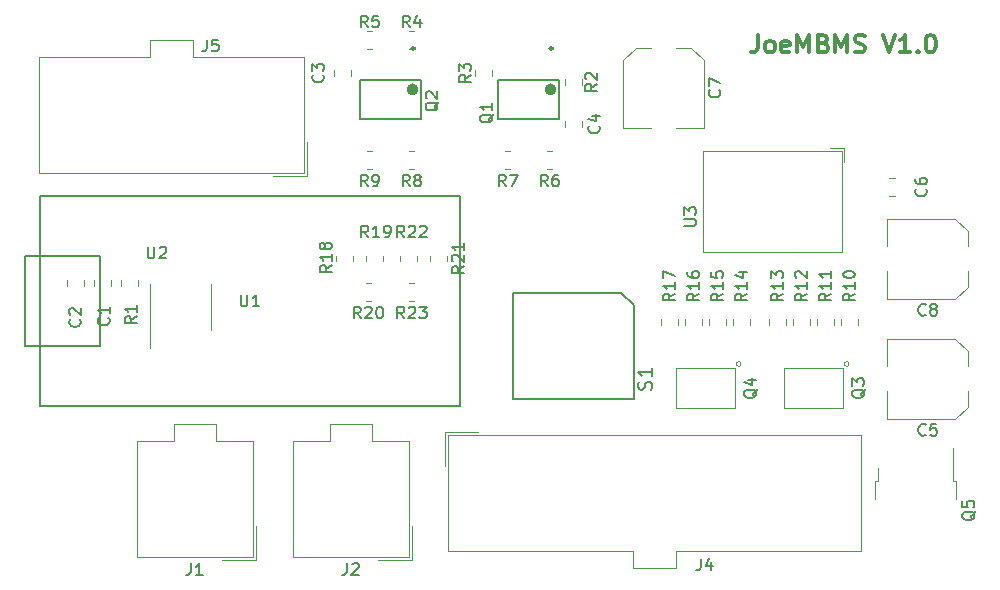
<source format=gbr>
%TF.GenerationSoftware,KiCad,Pcbnew,5.1.9+dfsg1-1*%
%TF.CreationDate,2021-05-17T21:51:48+02:00*%
%TF.ProjectId,JoeMBMS,4a6f654d-424d-4532-9e6b-696361645f70,rev?*%
%TF.SameCoordinates,Original*%
%TF.FileFunction,Legend,Top*%
%TF.FilePolarity,Positive*%
%FSLAX46Y46*%
G04 Gerber Fmt 4.6, Leading zero omitted, Abs format (unit mm)*
G04 Created by KiCad (PCBNEW 5.1.9+dfsg1-1) date 2021-05-17 21:51:48*
%MOMM*%
%LPD*%
G01*
G04 APERTURE LIST*
%ADD10C,0.300000*%
%ADD11C,0.120000*%
%ADD12C,0.150000*%
%ADD13C,0.250000*%
%ADD14C,0.500000*%
G04 APERTURE END LIST*
D10*
X194898285Y-114621571D02*
X194898285Y-115693000D01*
X194826857Y-115907285D01*
X194684000Y-116050142D01*
X194469714Y-116121571D01*
X194326857Y-116121571D01*
X195826857Y-116121571D02*
X195684000Y-116050142D01*
X195612571Y-115978714D01*
X195541142Y-115835857D01*
X195541142Y-115407285D01*
X195612571Y-115264428D01*
X195684000Y-115193000D01*
X195826857Y-115121571D01*
X196041142Y-115121571D01*
X196184000Y-115193000D01*
X196255428Y-115264428D01*
X196326857Y-115407285D01*
X196326857Y-115835857D01*
X196255428Y-115978714D01*
X196184000Y-116050142D01*
X196041142Y-116121571D01*
X195826857Y-116121571D01*
X197541142Y-116050142D02*
X197398285Y-116121571D01*
X197112571Y-116121571D01*
X196969714Y-116050142D01*
X196898285Y-115907285D01*
X196898285Y-115335857D01*
X196969714Y-115193000D01*
X197112571Y-115121571D01*
X197398285Y-115121571D01*
X197541142Y-115193000D01*
X197612571Y-115335857D01*
X197612571Y-115478714D01*
X196898285Y-115621571D01*
X198255428Y-116121571D02*
X198255428Y-114621571D01*
X198755428Y-115693000D01*
X199255428Y-114621571D01*
X199255428Y-116121571D01*
X200469714Y-115335857D02*
X200684000Y-115407285D01*
X200755428Y-115478714D01*
X200826857Y-115621571D01*
X200826857Y-115835857D01*
X200755428Y-115978714D01*
X200684000Y-116050142D01*
X200541142Y-116121571D01*
X199969714Y-116121571D01*
X199969714Y-114621571D01*
X200469714Y-114621571D01*
X200612571Y-114693000D01*
X200684000Y-114764428D01*
X200755428Y-114907285D01*
X200755428Y-115050142D01*
X200684000Y-115193000D01*
X200612571Y-115264428D01*
X200469714Y-115335857D01*
X199969714Y-115335857D01*
X201469714Y-116121571D02*
X201469714Y-114621571D01*
X201969714Y-115693000D01*
X202469714Y-114621571D01*
X202469714Y-116121571D01*
X203112571Y-116050142D02*
X203326857Y-116121571D01*
X203684000Y-116121571D01*
X203826857Y-116050142D01*
X203898285Y-115978714D01*
X203969714Y-115835857D01*
X203969714Y-115693000D01*
X203898285Y-115550142D01*
X203826857Y-115478714D01*
X203684000Y-115407285D01*
X203398285Y-115335857D01*
X203255428Y-115264428D01*
X203184000Y-115193000D01*
X203112571Y-115050142D01*
X203112571Y-114907285D01*
X203184000Y-114764428D01*
X203255428Y-114693000D01*
X203398285Y-114621571D01*
X203755428Y-114621571D01*
X203969714Y-114693000D01*
X205541142Y-114621571D02*
X206041142Y-116121571D01*
X206541142Y-114621571D01*
X207826857Y-116121571D02*
X206969714Y-116121571D01*
X207398285Y-116121571D02*
X207398285Y-114621571D01*
X207255428Y-114835857D01*
X207112571Y-114978714D01*
X206969714Y-115050142D01*
X208469714Y-115978714D02*
X208541142Y-116050142D01*
X208469714Y-116121571D01*
X208398285Y-116050142D01*
X208469714Y-115978714D01*
X208469714Y-116121571D01*
X209469714Y-114621571D02*
X209612571Y-114621571D01*
X209755428Y-114693000D01*
X209826857Y-114764428D01*
X209898285Y-114907285D01*
X209969714Y-115193000D01*
X209969714Y-115550142D01*
X209898285Y-115835857D01*
X209826857Y-115978714D01*
X209755428Y-116050142D01*
X209612571Y-116121571D01*
X209469714Y-116121571D01*
X209326857Y-116050142D01*
X209255428Y-115978714D01*
X209184000Y-115835857D01*
X209112571Y-115550142D01*
X209112571Y-115193000D01*
X209184000Y-114907285D01*
X209255428Y-114764428D01*
X209326857Y-114693000D01*
X209469714Y-114621571D01*
D11*
%TO.C,C8*%
X205886000Y-130194000D02*
X205886000Y-132544000D01*
X205886000Y-137014000D02*
X205886000Y-134664000D01*
X211641563Y-137014000D02*
X205886000Y-137014000D01*
X211641563Y-130194000D02*
X205886000Y-130194000D01*
X212706000Y-131258437D02*
X212706000Y-132544000D01*
X212706000Y-135949563D02*
X212706000Y-134664000D01*
X212706000Y-135949563D02*
X211641563Y-137014000D01*
X212706000Y-131258437D02*
X211641563Y-130194000D01*
%TO.C,C7*%
X183534000Y-122536000D02*
X185884000Y-122536000D01*
X190354000Y-122536000D02*
X188004000Y-122536000D01*
X190354000Y-116780437D02*
X190354000Y-122536000D01*
X183534000Y-116780437D02*
X183534000Y-122536000D01*
X184598437Y-115716000D02*
X185884000Y-115716000D01*
X189289563Y-115716000D02*
X188004000Y-115716000D01*
X189289563Y-115716000D02*
X190354000Y-116780437D01*
X184598437Y-115716000D02*
X183534000Y-116780437D01*
%TO.C,C5*%
X205886000Y-140354000D02*
X205886000Y-142704000D01*
X205886000Y-147174000D02*
X205886000Y-144824000D01*
X211641563Y-147174000D02*
X205886000Y-147174000D01*
X211641563Y-140354000D02*
X205886000Y-140354000D01*
X212706000Y-141418437D02*
X212706000Y-142704000D01*
X212706000Y-146109563D02*
X212706000Y-144824000D01*
X212706000Y-146109563D02*
X211641563Y-147174000D01*
X212706000Y-141418437D02*
X211641563Y-140354000D01*
D12*
%TO.C,U1*%
X134112000Y-140970000D02*
X132842000Y-140970000D01*
X132842000Y-140970000D02*
X132842000Y-133350000D01*
X132842000Y-133350000D02*
X134112000Y-133350000D01*
X139192000Y-140970000D02*
X139192000Y-133350000D01*
X139192000Y-133350000D02*
X134112000Y-133350000D01*
X139192000Y-140970000D02*
X134112000Y-140970000D01*
X134112000Y-128270000D02*
X169672000Y-128270000D01*
X169672000Y-128270000D02*
X169672000Y-146050000D01*
X169672000Y-146050000D02*
X134112000Y-146050000D01*
X134112000Y-146050000D02*
X134112000Y-128270000D01*
D11*
%TO.C,R12*%
X197893000Y-138710936D02*
X197893000Y-139165064D01*
X199363000Y-138710936D02*
X199363000Y-139165064D01*
%TO.C,C1*%
X138711000Y-135374748D02*
X138711000Y-135897252D01*
X140181000Y-135374748D02*
X140181000Y-135897252D01*
%TO.C,C2*%
X137895000Y-135374748D02*
X137895000Y-135897252D01*
X136425000Y-135374748D02*
X136425000Y-135897252D01*
%TO.C,C3*%
X160501000Y-117594748D02*
X160501000Y-118117252D01*
X159031000Y-117594748D02*
X159031000Y-118117252D01*
%TO.C,C4*%
X178589000Y-121912748D02*
X178589000Y-122435252D01*
X180059000Y-121912748D02*
X180059000Y-122435252D01*
%TO.C,C6*%
X206509252Y-126773000D02*
X205986748Y-126773000D01*
X206509252Y-128243000D02*
X205986748Y-128243000D01*
%TO.C,J1*%
X147252000Y-158824000D02*
X152162000Y-158824000D01*
X152162000Y-158824000D02*
X152162000Y-149004000D01*
X152162000Y-149004000D02*
X149062000Y-149004000D01*
X149062000Y-149004000D02*
X149062000Y-147604000D01*
X149062000Y-147604000D02*
X147252000Y-147604000D01*
X147252000Y-158824000D02*
X142342000Y-158824000D01*
X142342000Y-158824000D02*
X142342000Y-149004000D01*
X142342000Y-149004000D02*
X145442000Y-149004000D01*
X145442000Y-149004000D02*
X145442000Y-147604000D01*
X145442000Y-147604000D02*
X147252000Y-147604000D01*
X149552000Y-159064000D02*
X152402000Y-159064000D01*
X152402000Y-159064000D02*
X152402000Y-156214000D01*
%TO.C,J2*%
X165610000Y-159064000D02*
X165610000Y-156214000D01*
X162760000Y-159064000D02*
X165610000Y-159064000D01*
X158650000Y-147604000D02*
X160460000Y-147604000D01*
X158650000Y-149004000D02*
X158650000Y-147604000D01*
X155550000Y-149004000D02*
X158650000Y-149004000D01*
X155550000Y-158824000D02*
X155550000Y-149004000D01*
X160460000Y-158824000D02*
X155550000Y-158824000D01*
X162270000Y-147604000D02*
X160460000Y-147604000D01*
X162270000Y-149004000D02*
X162270000Y-147604000D01*
X165370000Y-149004000D02*
X162270000Y-149004000D01*
X165370000Y-158824000D02*
X165370000Y-149004000D01*
X160460000Y-158824000D02*
X165370000Y-158824000D01*
%TO.C,J4*%
X168400000Y-148276000D02*
X168400000Y-151126000D01*
X171250000Y-148276000D02*
X168400000Y-148276000D01*
X187960000Y-159736000D02*
X186150000Y-159736000D01*
X187960000Y-158336000D02*
X187960000Y-159736000D01*
X203660000Y-158336000D02*
X187960000Y-158336000D01*
X203660000Y-148516000D02*
X203660000Y-158336000D01*
X186150000Y-148516000D02*
X203660000Y-148516000D01*
X184340000Y-159736000D02*
X186150000Y-159736000D01*
X184340000Y-158336000D02*
X184340000Y-159736000D01*
X168640000Y-158336000D02*
X184340000Y-158336000D01*
X168640000Y-148516000D02*
X168640000Y-158336000D01*
X186150000Y-148516000D02*
X168640000Y-148516000D01*
%TO.C,J5*%
X156720000Y-126552000D02*
X156720000Y-123702000D01*
X153870000Y-126552000D02*
X156720000Y-126552000D01*
X143460000Y-115092000D02*
X145270000Y-115092000D01*
X143460000Y-116492000D02*
X143460000Y-115092000D01*
X134060000Y-116492000D02*
X143460000Y-116492000D01*
X134060000Y-126312000D02*
X134060000Y-116492000D01*
X145270000Y-126312000D02*
X134060000Y-126312000D01*
X147080000Y-115092000D02*
X145270000Y-115092000D01*
X147080000Y-116492000D02*
X147080000Y-115092000D01*
X156480000Y-116492000D02*
X147080000Y-116492000D01*
X156480000Y-126312000D02*
X156480000Y-116492000D01*
X145270000Y-126312000D02*
X156480000Y-126312000D01*
D13*
%TO.C,Q1*%
X177544000Y-115790442D02*
G75*
G03*
X177544000Y-115790442I-125000J0D01*
G01*
D14*
X177614000Y-119243275D02*
G75*
G03*
X177614000Y-119243275I-250000J0D01*
G01*
D12*
X172914000Y-121790726D02*
X172914000Y-118493276D01*
X178114000Y-121790726D02*
X172914000Y-121790726D01*
X178114000Y-118493276D02*
X178114000Y-121790726D01*
X172914000Y-118493276D02*
X178114000Y-118493276D01*
%TO.C,Q2*%
X161230000Y-118493276D02*
X166430000Y-118493276D01*
X166430000Y-118493276D02*
X166430000Y-121790726D01*
X166430000Y-121790726D02*
X161230000Y-121790726D01*
X161230000Y-121790726D02*
X161230000Y-118493276D01*
D14*
X165930000Y-119243275D02*
G75*
G03*
X165930000Y-119243275I-250000J0D01*
G01*
D13*
X165860000Y-115790442D02*
G75*
G03*
X165860000Y-115790442I-125000J0D01*
G01*
D11*
%TO.C,Q3*%
X197144000Y-146246000D02*
X202144000Y-146246000D01*
X197144000Y-142806000D02*
X202144000Y-142806000D01*
X202144000Y-142806000D02*
X202144000Y-146246000D01*
X197144000Y-142806000D02*
X197144000Y-146246000D01*
X202638000Y-142494000D02*
G75*
G03*
X202638000Y-142494000I-200000J0D01*
G01*
%TO.C,Q4*%
X193494000Y-142494000D02*
G75*
G03*
X193494000Y-142494000I-200000J0D01*
G01*
X188000000Y-142806000D02*
X188000000Y-146246000D01*
X193000000Y-142806000D02*
X193000000Y-146246000D01*
X188000000Y-142806000D02*
X193000000Y-142806000D01*
X188000000Y-146246000D02*
X193000000Y-146246000D01*
%TO.C,Q5*%
X205100000Y-152402000D02*
X205100000Y-151302000D01*
X204830000Y-152402000D02*
X205100000Y-152402000D01*
X204830000Y-153902000D02*
X204830000Y-152402000D01*
X211460000Y-152402000D02*
X211460000Y-149572000D01*
X211730000Y-152402000D02*
X211460000Y-152402000D01*
X211730000Y-153902000D02*
X211730000Y-152402000D01*
%TO.C,R1*%
X142467000Y-135408936D02*
X142467000Y-135863064D01*
X140997000Y-135408936D02*
X140997000Y-135863064D01*
%TO.C,R2*%
X178589000Y-118845064D02*
X178589000Y-118390936D01*
X180059000Y-118845064D02*
X180059000Y-118390936D01*
%TO.C,R3*%
X172439000Y-118083064D02*
X172439000Y-117628936D01*
X170969000Y-118083064D02*
X170969000Y-117628936D01*
%TO.C,R4*%
X165380936Y-115797000D02*
X165835064Y-115797000D01*
X165380936Y-114327000D02*
X165835064Y-114327000D01*
%TO.C,R5*%
X161824936Y-114327000D02*
X162279064Y-114327000D01*
X161824936Y-115797000D02*
X162279064Y-115797000D01*
%TO.C,R6*%
X177519064Y-125957000D02*
X177064936Y-125957000D01*
X177519064Y-124487000D02*
X177064936Y-124487000D01*
%TO.C,R7*%
X173508936Y-125957000D02*
X173963064Y-125957000D01*
X173508936Y-124487000D02*
X173963064Y-124487000D01*
%TO.C,R8*%
X165835064Y-124487000D02*
X165380936Y-124487000D01*
X165835064Y-125957000D02*
X165380936Y-125957000D01*
%TO.C,R9*%
X161824936Y-124487000D02*
X162279064Y-124487000D01*
X161824936Y-125957000D02*
X162279064Y-125957000D01*
%TO.C,R10*%
X201957000Y-138710936D02*
X201957000Y-139165064D01*
X203427000Y-138710936D02*
X203427000Y-139165064D01*
%TO.C,R11*%
X201395000Y-138710936D02*
X201395000Y-139165064D01*
X199925000Y-138710936D02*
X199925000Y-139165064D01*
%TO.C,R13*%
X195861000Y-138710936D02*
X195861000Y-139165064D01*
X197331000Y-138710936D02*
X197331000Y-139165064D01*
%TO.C,R14*%
X192813000Y-138710936D02*
X192813000Y-139165064D01*
X194283000Y-138710936D02*
X194283000Y-139165064D01*
%TO.C,R15*%
X192251000Y-138710936D02*
X192251000Y-139165064D01*
X190781000Y-138710936D02*
X190781000Y-139165064D01*
%TO.C,R16*%
X188749000Y-138710936D02*
X188749000Y-139165064D01*
X190219000Y-138710936D02*
X190219000Y-139165064D01*
%TO.C,R17*%
X188187000Y-138710936D02*
X188187000Y-139165064D01*
X186717000Y-138710936D02*
X186717000Y-139165064D01*
%TO.C,R18*%
X160628000Y-133326136D02*
X160628000Y-133780264D01*
X159158000Y-133326136D02*
X159158000Y-133780264D01*
%TO.C,R19*%
X163168000Y-133780264D02*
X163168000Y-133326136D01*
X161698000Y-133780264D02*
X161698000Y-133326136D01*
%TO.C,R20*%
X162152064Y-137133000D02*
X161697936Y-137133000D01*
X162152064Y-135663000D02*
X161697936Y-135663000D01*
%TO.C,R21*%
X167159000Y-133326136D02*
X167159000Y-133780264D01*
X168629000Y-133326136D02*
X168629000Y-133780264D01*
%TO.C,R22*%
X164619000Y-133780264D02*
X164619000Y-133326136D01*
X166089000Y-133780264D02*
X166089000Y-133326136D01*
%TO.C,R23*%
X165380936Y-137133000D02*
X165835064Y-137133000D01*
X165380936Y-135663000D02*
X165835064Y-135663000D01*
D12*
%TO.C,S1*%
X174189000Y-145470000D02*
X183459000Y-145470000D01*
X174189000Y-136470000D02*
X174189000Y-145470000D01*
X184459000Y-145470000D02*
X184459000Y-137470000D01*
X183324000Y-145470000D02*
X184459000Y-145470000D01*
X183324000Y-136470000D02*
X184459000Y-137470000D01*
X174189000Y-136470000D02*
X183324000Y-136470000D01*
D11*
%TO.C,U2*%
X143490000Y-137668000D02*
X143490000Y-141118000D01*
X143490000Y-137668000D02*
X143490000Y-135718000D01*
X148610000Y-137668000D02*
X148610000Y-139618000D01*
X148610000Y-137668000D02*
X148610000Y-135718000D01*
%TO.C,U3*%
X202239000Y-124192000D02*
X200999000Y-124192000D01*
X202239000Y-125432000D02*
X202239000Y-124192000D01*
X190278000Y-133052000D02*
X190278000Y-124432000D01*
X201999000Y-133052000D02*
X201999000Y-124432000D01*
X201999000Y-124432000D02*
X190278000Y-124432000D01*
X201999000Y-133052000D02*
X190278000Y-133052000D01*
%TO.C,C8*%
D12*
X209129333Y-138311142D02*
X209081714Y-138358761D01*
X208938857Y-138406380D01*
X208843619Y-138406380D01*
X208700761Y-138358761D01*
X208605523Y-138263523D01*
X208557904Y-138168285D01*
X208510285Y-137977809D01*
X208510285Y-137834952D01*
X208557904Y-137644476D01*
X208605523Y-137549238D01*
X208700761Y-137454000D01*
X208843619Y-137406380D01*
X208938857Y-137406380D01*
X209081714Y-137454000D01*
X209129333Y-137501619D01*
X209700761Y-137834952D02*
X209605523Y-137787333D01*
X209557904Y-137739714D01*
X209510285Y-137644476D01*
X209510285Y-137596857D01*
X209557904Y-137501619D01*
X209605523Y-137454000D01*
X209700761Y-137406380D01*
X209891238Y-137406380D01*
X209986476Y-137454000D01*
X210034095Y-137501619D01*
X210081714Y-137596857D01*
X210081714Y-137644476D01*
X210034095Y-137739714D01*
X209986476Y-137787333D01*
X209891238Y-137834952D01*
X209700761Y-137834952D01*
X209605523Y-137882571D01*
X209557904Y-137930190D01*
X209510285Y-138025428D01*
X209510285Y-138215904D01*
X209557904Y-138311142D01*
X209605523Y-138358761D01*
X209700761Y-138406380D01*
X209891238Y-138406380D01*
X209986476Y-138358761D01*
X210034095Y-138311142D01*
X210081714Y-138215904D01*
X210081714Y-138025428D01*
X210034095Y-137930190D01*
X209986476Y-137882571D01*
X209891238Y-137834952D01*
%TO.C,C7*%
X191651142Y-119292666D02*
X191698761Y-119340285D01*
X191746380Y-119483142D01*
X191746380Y-119578380D01*
X191698761Y-119721238D01*
X191603523Y-119816476D01*
X191508285Y-119864095D01*
X191317809Y-119911714D01*
X191174952Y-119911714D01*
X190984476Y-119864095D01*
X190889238Y-119816476D01*
X190794000Y-119721238D01*
X190746380Y-119578380D01*
X190746380Y-119483142D01*
X190794000Y-119340285D01*
X190841619Y-119292666D01*
X190746380Y-118959333D02*
X190746380Y-118292666D01*
X191746380Y-118721238D01*
%TO.C,C5*%
X209129333Y-148471142D02*
X209081714Y-148518761D01*
X208938857Y-148566380D01*
X208843619Y-148566380D01*
X208700761Y-148518761D01*
X208605523Y-148423523D01*
X208557904Y-148328285D01*
X208510285Y-148137809D01*
X208510285Y-147994952D01*
X208557904Y-147804476D01*
X208605523Y-147709238D01*
X208700761Y-147614000D01*
X208843619Y-147566380D01*
X208938857Y-147566380D01*
X209081714Y-147614000D01*
X209129333Y-147661619D01*
X210034095Y-147566380D02*
X209557904Y-147566380D01*
X209510285Y-148042571D01*
X209557904Y-147994952D01*
X209653142Y-147947333D01*
X209891238Y-147947333D01*
X209986476Y-147994952D01*
X210034095Y-148042571D01*
X210081714Y-148137809D01*
X210081714Y-148375904D01*
X210034095Y-148471142D01*
X209986476Y-148518761D01*
X209891238Y-148566380D01*
X209653142Y-148566380D01*
X209557904Y-148518761D01*
X209510285Y-148471142D01*
%TO.C,U1*%
X151130095Y-136612380D02*
X151130095Y-137421904D01*
X151177714Y-137517142D01*
X151225333Y-137564761D01*
X151320571Y-137612380D01*
X151511047Y-137612380D01*
X151606285Y-137564761D01*
X151653904Y-137517142D01*
X151701523Y-137421904D01*
X151701523Y-136612380D01*
X152701523Y-137612380D02*
X152130095Y-137612380D01*
X152415809Y-137612380D02*
X152415809Y-136612380D01*
X152320571Y-136755238D01*
X152225333Y-136850476D01*
X152130095Y-136898095D01*
%TO.C,R12*%
X199080380Y-136532857D02*
X198604190Y-136866190D01*
X199080380Y-137104285D02*
X198080380Y-137104285D01*
X198080380Y-136723333D01*
X198128000Y-136628095D01*
X198175619Y-136580476D01*
X198270857Y-136532857D01*
X198413714Y-136532857D01*
X198508952Y-136580476D01*
X198556571Y-136628095D01*
X198604190Y-136723333D01*
X198604190Y-137104285D01*
X199080380Y-135580476D02*
X199080380Y-136151904D01*
X199080380Y-135866190D02*
X198080380Y-135866190D01*
X198223238Y-135961428D01*
X198318476Y-136056666D01*
X198366095Y-136151904D01*
X198175619Y-135199523D02*
X198128000Y-135151904D01*
X198080380Y-135056666D01*
X198080380Y-134818571D01*
X198128000Y-134723333D01*
X198175619Y-134675714D01*
X198270857Y-134628095D01*
X198366095Y-134628095D01*
X198508952Y-134675714D01*
X199080380Y-135247142D01*
X199080380Y-134628095D01*
%TO.C,C1*%
X139930142Y-138596666D02*
X139977761Y-138644285D01*
X140025380Y-138787142D01*
X140025380Y-138882380D01*
X139977761Y-139025238D01*
X139882523Y-139120476D01*
X139787285Y-139168095D01*
X139596809Y-139215714D01*
X139453952Y-139215714D01*
X139263476Y-139168095D01*
X139168238Y-139120476D01*
X139073000Y-139025238D01*
X139025380Y-138882380D01*
X139025380Y-138787142D01*
X139073000Y-138644285D01*
X139120619Y-138596666D01*
X140025380Y-137644285D02*
X140025380Y-138215714D01*
X140025380Y-137930000D02*
X139025380Y-137930000D01*
X139168238Y-138025238D01*
X139263476Y-138120476D01*
X139311095Y-138215714D01*
%TO.C,C2*%
X137517142Y-138723666D02*
X137564761Y-138771285D01*
X137612380Y-138914142D01*
X137612380Y-139009380D01*
X137564761Y-139152238D01*
X137469523Y-139247476D01*
X137374285Y-139295095D01*
X137183809Y-139342714D01*
X137040952Y-139342714D01*
X136850476Y-139295095D01*
X136755238Y-139247476D01*
X136660000Y-139152238D01*
X136612380Y-139009380D01*
X136612380Y-138914142D01*
X136660000Y-138771285D01*
X136707619Y-138723666D01*
X136707619Y-138342714D02*
X136660000Y-138295095D01*
X136612380Y-138199857D01*
X136612380Y-137961761D01*
X136660000Y-137866523D01*
X136707619Y-137818904D01*
X136802857Y-137771285D01*
X136898095Y-137771285D01*
X137040952Y-137818904D01*
X137612380Y-138390333D01*
X137612380Y-137771285D01*
%TO.C,C3*%
X158091142Y-118022666D02*
X158138761Y-118070285D01*
X158186380Y-118213142D01*
X158186380Y-118308380D01*
X158138761Y-118451238D01*
X158043523Y-118546476D01*
X157948285Y-118594095D01*
X157757809Y-118641714D01*
X157614952Y-118641714D01*
X157424476Y-118594095D01*
X157329238Y-118546476D01*
X157234000Y-118451238D01*
X157186380Y-118308380D01*
X157186380Y-118213142D01*
X157234000Y-118070285D01*
X157281619Y-118022666D01*
X157186380Y-117689333D02*
X157186380Y-117070285D01*
X157567333Y-117403619D01*
X157567333Y-117260761D01*
X157614952Y-117165523D01*
X157662571Y-117117904D01*
X157757809Y-117070285D01*
X157995904Y-117070285D01*
X158091142Y-117117904D01*
X158138761Y-117165523D01*
X158186380Y-117260761D01*
X158186380Y-117546476D01*
X158138761Y-117641714D01*
X158091142Y-117689333D01*
%TO.C,C4*%
X181459142Y-122340666D02*
X181506761Y-122388285D01*
X181554380Y-122531142D01*
X181554380Y-122626380D01*
X181506761Y-122769238D01*
X181411523Y-122864476D01*
X181316285Y-122912095D01*
X181125809Y-122959714D01*
X180982952Y-122959714D01*
X180792476Y-122912095D01*
X180697238Y-122864476D01*
X180602000Y-122769238D01*
X180554380Y-122626380D01*
X180554380Y-122531142D01*
X180602000Y-122388285D01*
X180649619Y-122340666D01*
X180887714Y-121483523D02*
X181554380Y-121483523D01*
X180506761Y-121721619D02*
X181221047Y-121959714D01*
X181221047Y-121340666D01*
%TO.C,C6*%
X209145142Y-127674666D02*
X209192761Y-127722285D01*
X209240380Y-127865142D01*
X209240380Y-127960380D01*
X209192761Y-128103238D01*
X209097523Y-128198476D01*
X209002285Y-128246095D01*
X208811809Y-128293714D01*
X208668952Y-128293714D01*
X208478476Y-128246095D01*
X208383238Y-128198476D01*
X208288000Y-128103238D01*
X208240380Y-127960380D01*
X208240380Y-127865142D01*
X208288000Y-127722285D01*
X208335619Y-127674666D01*
X208240380Y-126817523D02*
X208240380Y-127008000D01*
X208288000Y-127103238D01*
X208335619Y-127150857D01*
X208478476Y-127246095D01*
X208668952Y-127293714D01*
X209049904Y-127293714D01*
X209145142Y-127246095D01*
X209192761Y-127198476D01*
X209240380Y-127103238D01*
X209240380Y-126912761D01*
X209192761Y-126817523D01*
X209145142Y-126769904D01*
X209049904Y-126722285D01*
X208811809Y-126722285D01*
X208716571Y-126769904D01*
X208668952Y-126817523D01*
X208621333Y-126912761D01*
X208621333Y-127103238D01*
X208668952Y-127198476D01*
X208716571Y-127246095D01*
X208811809Y-127293714D01*
%TO.C,J1*%
X146918666Y-159366380D02*
X146918666Y-160080666D01*
X146871047Y-160223523D01*
X146775809Y-160318761D01*
X146632952Y-160366380D01*
X146537714Y-160366380D01*
X147918666Y-160366380D02*
X147347238Y-160366380D01*
X147632952Y-160366380D02*
X147632952Y-159366380D01*
X147537714Y-159509238D01*
X147442476Y-159604476D01*
X147347238Y-159652095D01*
%TO.C,J2*%
X160126666Y-159366380D02*
X160126666Y-160080666D01*
X160079047Y-160223523D01*
X159983809Y-160318761D01*
X159840952Y-160366380D01*
X159745714Y-160366380D01*
X160555238Y-159461619D02*
X160602857Y-159414000D01*
X160698095Y-159366380D01*
X160936190Y-159366380D01*
X161031428Y-159414000D01*
X161079047Y-159461619D01*
X161126666Y-159556857D01*
X161126666Y-159652095D01*
X161079047Y-159794952D01*
X160507619Y-160366380D01*
X161126666Y-160366380D01*
%TO.C,J4*%
X190084666Y-158964380D02*
X190084666Y-159678666D01*
X190037047Y-159821523D01*
X189941809Y-159916761D01*
X189798952Y-159964380D01*
X189703714Y-159964380D01*
X190989428Y-159297714D02*
X190989428Y-159964380D01*
X190751333Y-158916761D02*
X190513238Y-159631047D01*
X191132285Y-159631047D01*
%TO.C,J5*%
X148256666Y-115022380D02*
X148256666Y-115736666D01*
X148209047Y-115879523D01*
X148113809Y-115974761D01*
X147970952Y-116022380D01*
X147875714Y-116022380D01*
X149209047Y-115022380D02*
X148732857Y-115022380D01*
X148685238Y-115498571D01*
X148732857Y-115450952D01*
X148828095Y-115403333D01*
X149066190Y-115403333D01*
X149161428Y-115450952D01*
X149209047Y-115498571D01*
X149256666Y-115593809D01*
X149256666Y-115831904D01*
X149209047Y-115927142D01*
X149161428Y-115974761D01*
X149066190Y-116022380D01*
X148828095Y-116022380D01*
X148732857Y-115974761D01*
X148685238Y-115927142D01*
%TO.C,Q1*%
X172505619Y-121334738D02*
X172458000Y-121429976D01*
X172362761Y-121525214D01*
X172219904Y-121668071D01*
X172172285Y-121763309D01*
X172172285Y-121858547D01*
X172410380Y-121810928D02*
X172362761Y-121906166D01*
X172267523Y-122001404D01*
X172077047Y-122049023D01*
X171743714Y-122049023D01*
X171553238Y-122001404D01*
X171458000Y-121906166D01*
X171410380Y-121810928D01*
X171410380Y-121620452D01*
X171458000Y-121525214D01*
X171553238Y-121429976D01*
X171743714Y-121382357D01*
X172077047Y-121382357D01*
X172267523Y-121429976D01*
X172362761Y-121525214D01*
X172410380Y-121620452D01*
X172410380Y-121810928D01*
X172410380Y-120429976D02*
X172410380Y-121001404D01*
X172410380Y-120715690D02*
X171410380Y-120715690D01*
X171553238Y-120810928D01*
X171648476Y-120906166D01*
X171696095Y-121001404D01*
%TO.C,Q2*%
X167877619Y-120318738D02*
X167830000Y-120413976D01*
X167734761Y-120509214D01*
X167591904Y-120652071D01*
X167544285Y-120747309D01*
X167544285Y-120842547D01*
X167782380Y-120794928D02*
X167734761Y-120890166D01*
X167639523Y-120985404D01*
X167449047Y-121033023D01*
X167115714Y-121033023D01*
X166925238Y-120985404D01*
X166830000Y-120890166D01*
X166782380Y-120794928D01*
X166782380Y-120604452D01*
X166830000Y-120509214D01*
X166925238Y-120413976D01*
X167115714Y-120366357D01*
X167449047Y-120366357D01*
X167639523Y-120413976D01*
X167734761Y-120509214D01*
X167782380Y-120604452D01*
X167782380Y-120794928D01*
X166877619Y-119985404D02*
X166830000Y-119937785D01*
X166782380Y-119842547D01*
X166782380Y-119604452D01*
X166830000Y-119509214D01*
X166877619Y-119461595D01*
X166972857Y-119413976D01*
X167068095Y-119413976D01*
X167210952Y-119461595D01*
X167782380Y-120033023D01*
X167782380Y-119413976D01*
%TO.C,Q3*%
X204001619Y-144621238D02*
X203954000Y-144716476D01*
X203858761Y-144811714D01*
X203715904Y-144954571D01*
X203668285Y-145049809D01*
X203668285Y-145145047D01*
X203906380Y-145097428D02*
X203858761Y-145192666D01*
X203763523Y-145287904D01*
X203573047Y-145335523D01*
X203239714Y-145335523D01*
X203049238Y-145287904D01*
X202954000Y-145192666D01*
X202906380Y-145097428D01*
X202906380Y-144906952D01*
X202954000Y-144811714D01*
X203049238Y-144716476D01*
X203239714Y-144668857D01*
X203573047Y-144668857D01*
X203763523Y-144716476D01*
X203858761Y-144811714D01*
X203906380Y-144906952D01*
X203906380Y-145097428D01*
X202906380Y-144335523D02*
X202906380Y-143716476D01*
X203287333Y-144049809D01*
X203287333Y-143906952D01*
X203334952Y-143811714D01*
X203382571Y-143764095D01*
X203477809Y-143716476D01*
X203715904Y-143716476D01*
X203811142Y-143764095D01*
X203858761Y-143811714D01*
X203906380Y-143906952D01*
X203906380Y-144192666D01*
X203858761Y-144287904D01*
X203811142Y-144335523D01*
%TO.C,Q4*%
X194857619Y-144621238D02*
X194810000Y-144716476D01*
X194714761Y-144811714D01*
X194571904Y-144954571D01*
X194524285Y-145049809D01*
X194524285Y-145145047D01*
X194762380Y-145097428D02*
X194714761Y-145192666D01*
X194619523Y-145287904D01*
X194429047Y-145335523D01*
X194095714Y-145335523D01*
X193905238Y-145287904D01*
X193810000Y-145192666D01*
X193762380Y-145097428D01*
X193762380Y-144906952D01*
X193810000Y-144811714D01*
X193905238Y-144716476D01*
X194095714Y-144668857D01*
X194429047Y-144668857D01*
X194619523Y-144716476D01*
X194714761Y-144811714D01*
X194762380Y-144906952D01*
X194762380Y-145097428D01*
X194095714Y-143811714D02*
X194762380Y-143811714D01*
X193714761Y-144049809D02*
X194429047Y-144287904D01*
X194429047Y-143668857D01*
%TO.C,Q5*%
X213327619Y-154967238D02*
X213280000Y-155062476D01*
X213184761Y-155157714D01*
X213041904Y-155300571D01*
X212994285Y-155395809D01*
X212994285Y-155491047D01*
X213232380Y-155443428D02*
X213184761Y-155538666D01*
X213089523Y-155633904D01*
X212899047Y-155681523D01*
X212565714Y-155681523D01*
X212375238Y-155633904D01*
X212280000Y-155538666D01*
X212232380Y-155443428D01*
X212232380Y-155252952D01*
X212280000Y-155157714D01*
X212375238Y-155062476D01*
X212565714Y-155014857D01*
X212899047Y-155014857D01*
X213089523Y-155062476D01*
X213184761Y-155157714D01*
X213232380Y-155252952D01*
X213232380Y-155443428D01*
X212232380Y-154110095D02*
X212232380Y-154586285D01*
X212708571Y-154633904D01*
X212660952Y-154586285D01*
X212613333Y-154491047D01*
X212613333Y-154252952D01*
X212660952Y-154157714D01*
X212708571Y-154110095D01*
X212803809Y-154062476D01*
X213041904Y-154062476D01*
X213137142Y-154110095D01*
X213184761Y-154157714D01*
X213232380Y-154252952D01*
X213232380Y-154491047D01*
X213184761Y-154586285D01*
X213137142Y-154633904D01*
%TO.C,R1*%
X142311380Y-138469666D02*
X141835190Y-138803000D01*
X142311380Y-139041095D02*
X141311380Y-139041095D01*
X141311380Y-138660142D01*
X141359000Y-138564904D01*
X141406619Y-138517285D01*
X141501857Y-138469666D01*
X141644714Y-138469666D01*
X141739952Y-138517285D01*
X141787571Y-138564904D01*
X141835190Y-138660142D01*
X141835190Y-139041095D01*
X142311380Y-137517285D02*
X142311380Y-138088714D01*
X142311380Y-137803000D02*
X141311380Y-137803000D01*
X141454238Y-137898238D01*
X141549476Y-137993476D01*
X141597095Y-138088714D01*
%TO.C,R2*%
X181300380Y-118784666D02*
X180824190Y-119118000D01*
X181300380Y-119356095D02*
X180300380Y-119356095D01*
X180300380Y-118975142D01*
X180348000Y-118879904D01*
X180395619Y-118832285D01*
X180490857Y-118784666D01*
X180633714Y-118784666D01*
X180728952Y-118832285D01*
X180776571Y-118879904D01*
X180824190Y-118975142D01*
X180824190Y-119356095D01*
X180395619Y-118403714D02*
X180348000Y-118356095D01*
X180300380Y-118260857D01*
X180300380Y-118022761D01*
X180348000Y-117927523D01*
X180395619Y-117879904D01*
X180490857Y-117832285D01*
X180586095Y-117832285D01*
X180728952Y-117879904D01*
X181300380Y-118451333D01*
X181300380Y-117832285D01*
%TO.C,R3*%
X170632380Y-118022666D02*
X170156190Y-118356000D01*
X170632380Y-118594095D02*
X169632380Y-118594095D01*
X169632380Y-118213142D01*
X169680000Y-118117904D01*
X169727619Y-118070285D01*
X169822857Y-118022666D01*
X169965714Y-118022666D01*
X170060952Y-118070285D01*
X170108571Y-118117904D01*
X170156190Y-118213142D01*
X170156190Y-118594095D01*
X169632380Y-117689333D02*
X169632380Y-117070285D01*
X170013333Y-117403619D01*
X170013333Y-117260761D01*
X170060952Y-117165523D01*
X170108571Y-117117904D01*
X170203809Y-117070285D01*
X170441904Y-117070285D01*
X170537142Y-117117904D01*
X170584761Y-117165523D01*
X170632380Y-117260761D01*
X170632380Y-117546476D01*
X170584761Y-117641714D01*
X170537142Y-117689333D01*
%TO.C,R4*%
X165441333Y-113990380D02*
X165108000Y-113514190D01*
X164869904Y-113990380D02*
X164869904Y-112990380D01*
X165250857Y-112990380D01*
X165346095Y-113038000D01*
X165393714Y-113085619D01*
X165441333Y-113180857D01*
X165441333Y-113323714D01*
X165393714Y-113418952D01*
X165346095Y-113466571D01*
X165250857Y-113514190D01*
X164869904Y-113514190D01*
X166298476Y-113323714D02*
X166298476Y-113990380D01*
X166060380Y-112942761D02*
X165822285Y-113657047D01*
X166441333Y-113657047D01*
%TO.C,R5*%
X161885333Y-113990380D02*
X161552000Y-113514190D01*
X161313904Y-113990380D02*
X161313904Y-112990380D01*
X161694857Y-112990380D01*
X161790095Y-113038000D01*
X161837714Y-113085619D01*
X161885333Y-113180857D01*
X161885333Y-113323714D01*
X161837714Y-113418952D01*
X161790095Y-113466571D01*
X161694857Y-113514190D01*
X161313904Y-113514190D01*
X162790095Y-112990380D02*
X162313904Y-112990380D01*
X162266285Y-113466571D01*
X162313904Y-113418952D01*
X162409142Y-113371333D01*
X162647238Y-113371333D01*
X162742476Y-113418952D01*
X162790095Y-113466571D01*
X162837714Y-113561809D01*
X162837714Y-113799904D01*
X162790095Y-113895142D01*
X162742476Y-113942761D01*
X162647238Y-113990380D01*
X162409142Y-113990380D01*
X162313904Y-113942761D01*
X162266285Y-113895142D01*
%TO.C,R6*%
X177125333Y-127452380D02*
X176792000Y-126976190D01*
X176553904Y-127452380D02*
X176553904Y-126452380D01*
X176934857Y-126452380D01*
X177030095Y-126500000D01*
X177077714Y-126547619D01*
X177125333Y-126642857D01*
X177125333Y-126785714D01*
X177077714Y-126880952D01*
X177030095Y-126928571D01*
X176934857Y-126976190D01*
X176553904Y-126976190D01*
X177982476Y-126452380D02*
X177792000Y-126452380D01*
X177696761Y-126500000D01*
X177649142Y-126547619D01*
X177553904Y-126690476D01*
X177506285Y-126880952D01*
X177506285Y-127261904D01*
X177553904Y-127357142D01*
X177601523Y-127404761D01*
X177696761Y-127452380D01*
X177887238Y-127452380D01*
X177982476Y-127404761D01*
X178030095Y-127357142D01*
X178077714Y-127261904D01*
X178077714Y-127023809D01*
X178030095Y-126928571D01*
X177982476Y-126880952D01*
X177887238Y-126833333D01*
X177696761Y-126833333D01*
X177601523Y-126880952D01*
X177553904Y-126928571D01*
X177506285Y-127023809D01*
%TO.C,R7*%
X173569333Y-127452380D02*
X173236000Y-126976190D01*
X172997904Y-127452380D02*
X172997904Y-126452380D01*
X173378857Y-126452380D01*
X173474095Y-126500000D01*
X173521714Y-126547619D01*
X173569333Y-126642857D01*
X173569333Y-126785714D01*
X173521714Y-126880952D01*
X173474095Y-126928571D01*
X173378857Y-126976190D01*
X172997904Y-126976190D01*
X173902666Y-126452380D02*
X174569333Y-126452380D01*
X174140761Y-127452380D01*
%TO.C,R8*%
X165441333Y-127452380D02*
X165108000Y-126976190D01*
X164869904Y-127452380D02*
X164869904Y-126452380D01*
X165250857Y-126452380D01*
X165346095Y-126500000D01*
X165393714Y-126547619D01*
X165441333Y-126642857D01*
X165441333Y-126785714D01*
X165393714Y-126880952D01*
X165346095Y-126928571D01*
X165250857Y-126976190D01*
X164869904Y-126976190D01*
X166012761Y-126880952D02*
X165917523Y-126833333D01*
X165869904Y-126785714D01*
X165822285Y-126690476D01*
X165822285Y-126642857D01*
X165869904Y-126547619D01*
X165917523Y-126500000D01*
X166012761Y-126452380D01*
X166203238Y-126452380D01*
X166298476Y-126500000D01*
X166346095Y-126547619D01*
X166393714Y-126642857D01*
X166393714Y-126690476D01*
X166346095Y-126785714D01*
X166298476Y-126833333D01*
X166203238Y-126880952D01*
X166012761Y-126880952D01*
X165917523Y-126928571D01*
X165869904Y-126976190D01*
X165822285Y-127071428D01*
X165822285Y-127261904D01*
X165869904Y-127357142D01*
X165917523Y-127404761D01*
X166012761Y-127452380D01*
X166203238Y-127452380D01*
X166298476Y-127404761D01*
X166346095Y-127357142D01*
X166393714Y-127261904D01*
X166393714Y-127071428D01*
X166346095Y-126976190D01*
X166298476Y-126928571D01*
X166203238Y-126880952D01*
%TO.C,R9*%
X161885333Y-127452380D02*
X161552000Y-126976190D01*
X161313904Y-127452380D02*
X161313904Y-126452380D01*
X161694857Y-126452380D01*
X161790095Y-126500000D01*
X161837714Y-126547619D01*
X161885333Y-126642857D01*
X161885333Y-126785714D01*
X161837714Y-126880952D01*
X161790095Y-126928571D01*
X161694857Y-126976190D01*
X161313904Y-126976190D01*
X162361523Y-127452380D02*
X162552000Y-127452380D01*
X162647238Y-127404761D01*
X162694857Y-127357142D01*
X162790095Y-127214285D01*
X162837714Y-127023809D01*
X162837714Y-126642857D01*
X162790095Y-126547619D01*
X162742476Y-126500000D01*
X162647238Y-126452380D01*
X162456761Y-126452380D01*
X162361523Y-126500000D01*
X162313904Y-126547619D01*
X162266285Y-126642857D01*
X162266285Y-126880952D01*
X162313904Y-126976190D01*
X162361523Y-127023809D01*
X162456761Y-127071428D01*
X162647238Y-127071428D01*
X162742476Y-127023809D01*
X162790095Y-126976190D01*
X162837714Y-126880952D01*
%TO.C,R10*%
X203144380Y-136532857D02*
X202668190Y-136866190D01*
X203144380Y-137104285D02*
X202144380Y-137104285D01*
X202144380Y-136723333D01*
X202192000Y-136628095D01*
X202239619Y-136580476D01*
X202334857Y-136532857D01*
X202477714Y-136532857D01*
X202572952Y-136580476D01*
X202620571Y-136628095D01*
X202668190Y-136723333D01*
X202668190Y-137104285D01*
X203144380Y-135580476D02*
X203144380Y-136151904D01*
X203144380Y-135866190D02*
X202144380Y-135866190D01*
X202287238Y-135961428D01*
X202382476Y-136056666D01*
X202430095Y-136151904D01*
X202144380Y-134961428D02*
X202144380Y-134866190D01*
X202192000Y-134770952D01*
X202239619Y-134723333D01*
X202334857Y-134675714D01*
X202525333Y-134628095D01*
X202763428Y-134628095D01*
X202953904Y-134675714D01*
X203049142Y-134723333D01*
X203096761Y-134770952D01*
X203144380Y-134866190D01*
X203144380Y-134961428D01*
X203096761Y-135056666D01*
X203049142Y-135104285D01*
X202953904Y-135151904D01*
X202763428Y-135199523D01*
X202525333Y-135199523D01*
X202334857Y-135151904D01*
X202239619Y-135104285D01*
X202192000Y-135056666D01*
X202144380Y-134961428D01*
%TO.C,R11*%
X201112380Y-136532857D02*
X200636190Y-136866190D01*
X201112380Y-137104285D02*
X200112380Y-137104285D01*
X200112380Y-136723333D01*
X200160000Y-136628095D01*
X200207619Y-136580476D01*
X200302857Y-136532857D01*
X200445714Y-136532857D01*
X200540952Y-136580476D01*
X200588571Y-136628095D01*
X200636190Y-136723333D01*
X200636190Y-137104285D01*
X201112380Y-135580476D02*
X201112380Y-136151904D01*
X201112380Y-135866190D02*
X200112380Y-135866190D01*
X200255238Y-135961428D01*
X200350476Y-136056666D01*
X200398095Y-136151904D01*
X201112380Y-134628095D02*
X201112380Y-135199523D01*
X201112380Y-134913809D02*
X200112380Y-134913809D01*
X200255238Y-135009047D01*
X200350476Y-135104285D01*
X200398095Y-135199523D01*
%TO.C,R13*%
X197048380Y-136532857D02*
X196572190Y-136866190D01*
X197048380Y-137104285D02*
X196048380Y-137104285D01*
X196048380Y-136723333D01*
X196096000Y-136628095D01*
X196143619Y-136580476D01*
X196238857Y-136532857D01*
X196381714Y-136532857D01*
X196476952Y-136580476D01*
X196524571Y-136628095D01*
X196572190Y-136723333D01*
X196572190Y-137104285D01*
X197048380Y-135580476D02*
X197048380Y-136151904D01*
X197048380Y-135866190D02*
X196048380Y-135866190D01*
X196191238Y-135961428D01*
X196286476Y-136056666D01*
X196334095Y-136151904D01*
X196048380Y-135247142D02*
X196048380Y-134628095D01*
X196429333Y-134961428D01*
X196429333Y-134818571D01*
X196476952Y-134723333D01*
X196524571Y-134675714D01*
X196619809Y-134628095D01*
X196857904Y-134628095D01*
X196953142Y-134675714D01*
X197000761Y-134723333D01*
X197048380Y-134818571D01*
X197048380Y-135104285D01*
X197000761Y-135199523D01*
X196953142Y-135247142D01*
%TO.C,R14*%
X194000380Y-136532857D02*
X193524190Y-136866190D01*
X194000380Y-137104285D02*
X193000380Y-137104285D01*
X193000380Y-136723333D01*
X193048000Y-136628095D01*
X193095619Y-136580476D01*
X193190857Y-136532857D01*
X193333714Y-136532857D01*
X193428952Y-136580476D01*
X193476571Y-136628095D01*
X193524190Y-136723333D01*
X193524190Y-137104285D01*
X194000380Y-135580476D02*
X194000380Y-136151904D01*
X194000380Y-135866190D02*
X193000380Y-135866190D01*
X193143238Y-135961428D01*
X193238476Y-136056666D01*
X193286095Y-136151904D01*
X193333714Y-134723333D02*
X194000380Y-134723333D01*
X192952761Y-134961428D02*
X193667047Y-135199523D01*
X193667047Y-134580476D01*
%TO.C,R15*%
X191968380Y-136532857D02*
X191492190Y-136866190D01*
X191968380Y-137104285D02*
X190968380Y-137104285D01*
X190968380Y-136723333D01*
X191016000Y-136628095D01*
X191063619Y-136580476D01*
X191158857Y-136532857D01*
X191301714Y-136532857D01*
X191396952Y-136580476D01*
X191444571Y-136628095D01*
X191492190Y-136723333D01*
X191492190Y-137104285D01*
X191968380Y-135580476D02*
X191968380Y-136151904D01*
X191968380Y-135866190D02*
X190968380Y-135866190D01*
X191111238Y-135961428D01*
X191206476Y-136056666D01*
X191254095Y-136151904D01*
X190968380Y-134675714D02*
X190968380Y-135151904D01*
X191444571Y-135199523D01*
X191396952Y-135151904D01*
X191349333Y-135056666D01*
X191349333Y-134818571D01*
X191396952Y-134723333D01*
X191444571Y-134675714D01*
X191539809Y-134628095D01*
X191777904Y-134628095D01*
X191873142Y-134675714D01*
X191920761Y-134723333D01*
X191968380Y-134818571D01*
X191968380Y-135056666D01*
X191920761Y-135151904D01*
X191873142Y-135199523D01*
%TO.C,R16*%
X189936380Y-136532857D02*
X189460190Y-136866190D01*
X189936380Y-137104285D02*
X188936380Y-137104285D01*
X188936380Y-136723333D01*
X188984000Y-136628095D01*
X189031619Y-136580476D01*
X189126857Y-136532857D01*
X189269714Y-136532857D01*
X189364952Y-136580476D01*
X189412571Y-136628095D01*
X189460190Y-136723333D01*
X189460190Y-137104285D01*
X189936380Y-135580476D02*
X189936380Y-136151904D01*
X189936380Y-135866190D02*
X188936380Y-135866190D01*
X189079238Y-135961428D01*
X189174476Y-136056666D01*
X189222095Y-136151904D01*
X188936380Y-134723333D02*
X188936380Y-134913809D01*
X188984000Y-135009047D01*
X189031619Y-135056666D01*
X189174476Y-135151904D01*
X189364952Y-135199523D01*
X189745904Y-135199523D01*
X189841142Y-135151904D01*
X189888761Y-135104285D01*
X189936380Y-135009047D01*
X189936380Y-134818571D01*
X189888761Y-134723333D01*
X189841142Y-134675714D01*
X189745904Y-134628095D01*
X189507809Y-134628095D01*
X189412571Y-134675714D01*
X189364952Y-134723333D01*
X189317333Y-134818571D01*
X189317333Y-135009047D01*
X189364952Y-135104285D01*
X189412571Y-135151904D01*
X189507809Y-135199523D01*
%TO.C,R17*%
X187904380Y-136532857D02*
X187428190Y-136866190D01*
X187904380Y-137104285D02*
X186904380Y-137104285D01*
X186904380Y-136723333D01*
X186952000Y-136628095D01*
X186999619Y-136580476D01*
X187094857Y-136532857D01*
X187237714Y-136532857D01*
X187332952Y-136580476D01*
X187380571Y-136628095D01*
X187428190Y-136723333D01*
X187428190Y-137104285D01*
X187904380Y-135580476D02*
X187904380Y-136151904D01*
X187904380Y-135866190D02*
X186904380Y-135866190D01*
X187047238Y-135961428D01*
X187142476Y-136056666D01*
X187190095Y-136151904D01*
X186904380Y-135247142D02*
X186904380Y-134580476D01*
X187904380Y-135009047D01*
%TO.C,R18*%
X158821380Y-134119857D02*
X158345190Y-134453190D01*
X158821380Y-134691285D02*
X157821380Y-134691285D01*
X157821380Y-134310333D01*
X157869000Y-134215095D01*
X157916619Y-134167476D01*
X158011857Y-134119857D01*
X158154714Y-134119857D01*
X158249952Y-134167476D01*
X158297571Y-134215095D01*
X158345190Y-134310333D01*
X158345190Y-134691285D01*
X158821380Y-133167476D02*
X158821380Y-133738904D01*
X158821380Y-133453190D02*
X157821380Y-133453190D01*
X157964238Y-133548428D01*
X158059476Y-133643666D01*
X158107095Y-133738904D01*
X158249952Y-132596047D02*
X158202333Y-132691285D01*
X158154714Y-132738904D01*
X158059476Y-132786523D01*
X158011857Y-132786523D01*
X157916619Y-132738904D01*
X157869000Y-132691285D01*
X157821380Y-132596047D01*
X157821380Y-132405571D01*
X157869000Y-132310333D01*
X157916619Y-132262714D01*
X158011857Y-132215095D01*
X158059476Y-132215095D01*
X158154714Y-132262714D01*
X158202333Y-132310333D01*
X158249952Y-132405571D01*
X158249952Y-132596047D01*
X158297571Y-132691285D01*
X158345190Y-132738904D01*
X158440428Y-132786523D01*
X158630904Y-132786523D01*
X158726142Y-132738904D01*
X158773761Y-132691285D01*
X158821380Y-132596047D01*
X158821380Y-132405571D01*
X158773761Y-132310333D01*
X158726142Y-132262714D01*
X158630904Y-132215095D01*
X158440428Y-132215095D01*
X158345190Y-132262714D01*
X158297571Y-132310333D01*
X158249952Y-132405571D01*
%TO.C,R19*%
X161917142Y-131770380D02*
X161583809Y-131294190D01*
X161345714Y-131770380D02*
X161345714Y-130770380D01*
X161726666Y-130770380D01*
X161821904Y-130818000D01*
X161869523Y-130865619D01*
X161917142Y-130960857D01*
X161917142Y-131103714D01*
X161869523Y-131198952D01*
X161821904Y-131246571D01*
X161726666Y-131294190D01*
X161345714Y-131294190D01*
X162869523Y-131770380D02*
X162298095Y-131770380D01*
X162583809Y-131770380D02*
X162583809Y-130770380D01*
X162488571Y-130913238D01*
X162393333Y-131008476D01*
X162298095Y-131056095D01*
X163345714Y-131770380D02*
X163536190Y-131770380D01*
X163631428Y-131722761D01*
X163679047Y-131675142D01*
X163774285Y-131532285D01*
X163821904Y-131341809D01*
X163821904Y-130960857D01*
X163774285Y-130865619D01*
X163726666Y-130818000D01*
X163631428Y-130770380D01*
X163440952Y-130770380D01*
X163345714Y-130818000D01*
X163298095Y-130865619D01*
X163250476Y-130960857D01*
X163250476Y-131198952D01*
X163298095Y-131294190D01*
X163345714Y-131341809D01*
X163440952Y-131389428D01*
X163631428Y-131389428D01*
X163726666Y-131341809D01*
X163774285Y-131294190D01*
X163821904Y-131198952D01*
%TO.C,R20*%
X161282142Y-138628380D02*
X160948809Y-138152190D01*
X160710714Y-138628380D02*
X160710714Y-137628380D01*
X161091666Y-137628380D01*
X161186904Y-137676000D01*
X161234523Y-137723619D01*
X161282142Y-137818857D01*
X161282142Y-137961714D01*
X161234523Y-138056952D01*
X161186904Y-138104571D01*
X161091666Y-138152190D01*
X160710714Y-138152190D01*
X161663095Y-137723619D02*
X161710714Y-137676000D01*
X161805952Y-137628380D01*
X162044047Y-137628380D01*
X162139285Y-137676000D01*
X162186904Y-137723619D01*
X162234523Y-137818857D01*
X162234523Y-137914095D01*
X162186904Y-138056952D01*
X161615476Y-138628380D01*
X162234523Y-138628380D01*
X162853571Y-137628380D02*
X162948809Y-137628380D01*
X163044047Y-137676000D01*
X163091666Y-137723619D01*
X163139285Y-137818857D01*
X163186904Y-138009333D01*
X163186904Y-138247428D01*
X163139285Y-138437904D01*
X163091666Y-138533142D01*
X163044047Y-138580761D01*
X162948809Y-138628380D01*
X162853571Y-138628380D01*
X162758333Y-138580761D01*
X162710714Y-138533142D01*
X162663095Y-138437904D01*
X162615476Y-138247428D01*
X162615476Y-138009333D01*
X162663095Y-137818857D01*
X162710714Y-137723619D01*
X162758333Y-137676000D01*
X162853571Y-137628380D01*
%TO.C,R21*%
X169996380Y-134196057D02*
X169520190Y-134529390D01*
X169996380Y-134767485D02*
X168996380Y-134767485D01*
X168996380Y-134386533D01*
X169044000Y-134291295D01*
X169091619Y-134243676D01*
X169186857Y-134196057D01*
X169329714Y-134196057D01*
X169424952Y-134243676D01*
X169472571Y-134291295D01*
X169520190Y-134386533D01*
X169520190Y-134767485D01*
X169091619Y-133815104D02*
X169044000Y-133767485D01*
X168996380Y-133672247D01*
X168996380Y-133434152D01*
X169044000Y-133338914D01*
X169091619Y-133291295D01*
X169186857Y-133243676D01*
X169282095Y-133243676D01*
X169424952Y-133291295D01*
X169996380Y-133862723D01*
X169996380Y-133243676D01*
X169996380Y-132291295D02*
X169996380Y-132862723D01*
X169996380Y-132577009D02*
X168996380Y-132577009D01*
X169139238Y-132672247D01*
X169234476Y-132767485D01*
X169282095Y-132862723D01*
%TO.C,R22*%
X164965142Y-131770380D02*
X164631809Y-131294190D01*
X164393714Y-131770380D02*
X164393714Y-130770380D01*
X164774666Y-130770380D01*
X164869904Y-130818000D01*
X164917523Y-130865619D01*
X164965142Y-130960857D01*
X164965142Y-131103714D01*
X164917523Y-131198952D01*
X164869904Y-131246571D01*
X164774666Y-131294190D01*
X164393714Y-131294190D01*
X165346095Y-130865619D02*
X165393714Y-130818000D01*
X165488952Y-130770380D01*
X165727047Y-130770380D01*
X165822285Y-130818000D01*
X165869904Y-130865619D01*
X165917523Y-130960857D01*
X165917523Y-131056095D01*
X165869904Y-131198952D01*
X165298476Y-131770380D01*
X165917523Y-131770380D01*
X166298476Y-130865619D02*
X166346095Y-130818000D01*
X166441333Y-130770380D01*
X166679428Y-130770380D01*
X166774666Y-130818000D01*
X166822285Y-130865619D01*
X166869904Y-130960857D01*
X166869904Y-131056095D01*
X166822285Y-131198952D01*
X166250857Y-131770380D01*
X166869904Y-131770380D01*
%TO.C,R23*%
X164965142Y-138628380D02*
X164631809Y-138152190D01*
X164393714Y-138628380D02*
X164393714Y-137628380D01*
X164774666Y-137628380D01*
X164869904Y-137676000D01*
X164917523Y-137723619D01*
X164965142Y-137818857D01*
X164965142Y-137961714D01*
X164917523Y-138056952D01*
X164869904Y-138104571D01*
X164774666Y-138152190D01*
X164393714Y-138152190D01*
X165346095Y-137723619D02*
X165393714Y-137676000D01*
X165488952Y-137628380D01*
X165727047Y-137628380D01*
X165822285Y-137676000D01*
X165869904Y-137723619D01*
X165917523Y-137818857D01*
X165917523Y-137914095D01*
X165869904Y-138056952D01*
X165298476Y-138628380D01*
X165917523Y-138628380D01*
X166250857Y-137628380D02*
X166869904Y-137628380D01*
X166536571Y-138009333D01*
X166679428Y-138009333D01*
X166774666Y-138056952D01*
X166822285Y-138104571D01*
X166869904Y-138199809D01*
X166869904Y-138437904D01*
X166822285Y-138533142D01*
X166774666Y-138580761D01*
X166679428Y-138628380D01*
X166393714Y-138628380D01*
X166298476Y-138580761D01*
X166250857Y-138533142D01*
%TO.C,S1*%
X185905714Y-144678285D02*
X185962857Y-144506857D01*
X185962857Y-144221142D01*
X185905714Y-144106857D01*
X185848571Y-144049714D01*
X185734285Y-143992571D01*
X185620000Y-143992571D01*
X185505714Y-144049714D01*
X185448571Y-144106857D01*
X185391428Y-144221142D01*
X185334285Y-144449714D01*
X185277142Y-144564000D01*
X185220000Y-144621142D01*
X185105714Y-144678285D01*
X184991428Y-144678285D01*
X184877142Y-144621142D01*
X184820000Y-144564000D01*
X184762857Y-144449714D01*
X184762857Y-144164000D01*
X184820000Y-143992571D01*
X185962857Y-142849714D02*
X185962857Y-143535428D01*
X185962857Y-143192571D02*
X184762857Y-143192571D01*
X184934285Y-143306857D01*
X185048571Y-143421142D01*
X185105714Y-143535428D01*
%TO.C,U2*%
X143256095Y-132548380D02*
X143256095Y-133357904D01*
X143303714Y-133453142D01*
X143351333Y-133500761D01*
X143446571Y-133548380D01*
X143637047Y-133548380D01*
X143732285Y-133500761D01*
X143779904Y-133453142D01*
X143827523Y-133357904D01*
X143827523Y-132548380D01*
X144256095Y-132643619D02*
X144303714Y-132596000D01*
X144398952Y-132548380D01*
X144637047Y-132548380D01*
X144732285Y-132596000D01*
X144779904Y-132643619D01*
X144827523Y-132738857D01*
X144827523Y-132834095D01*
X144779904Y-132976952D01*
X144208476Y-133548380D01*
X144827523Y-133548380D01*
%TO.C,U3*%
X188682380Y-130809904D02*
X189491904Y-130809904D01*
X189587142Y-130762285D01*
X189634761Y-130714666D01*
X189682380Y-130619428D01*
X189682380Y-130428952D01*
X189634761Y-130333714D01*
X189587142Y-130286095D01*
X189491904Y-130238476D01*
X188682380Y-130238476D01*
X188682380Y-129857523D02*
X188682380Y-129238476D01*
X189063333Y-129571809D01*
X189063333Y-129428952D01*
X189110952Y-129333714D01*
X189158571Y-129286095D01*
X189253809Y-129238476D01*
X189491904Y-129238476D01*
X189587142Y-129286095D01*
X189634761Y-129333714D01*
X189682380Y-129428952D01*
X189682380Y-129714666D01*
X189634761Y-129809904D01*
X189587142Y-129857523D01*
%TD*%
M02*

</source>
